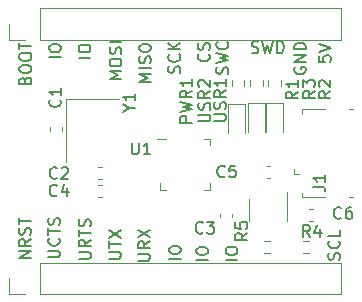
<source format=gbr>
%TF.GenerationSoftware,KiCad,Pcbnew,5.1.7-a382d34a8~87~ubuntu20.04.1*%
%TF.CreationDate,2020-11-25T21:12:42+01:00*%
%TF.ProjectId,gd32f150,67643332-6631-4353-902e-6b696361645f,rev?*%
%TF.SameCoordinates,Original*%
%TF.FileFunction,Legend,Top*%
%TF.FilePolarity,Positive*%
%FSLAX46Y46*%
G04 Gerber Fmt 4.6, Leading zero omitted, Abs format (unit mm)*
G04 Created by KiCad (PCBNEW 5.1.7-a382d34a8~87~ubuntu20.04.1) date 2020-11-25 21:12:42*
%MOMM*%
%LPD*%
G01*
G04 APERTURE LIST*
%ADD10C,0.150000*%
%ADD11C,0.120000*%
G04 APERTURE END LIST*
D10*
X169929761Y-104315476D02*
X169977380Y-104172619D01*
X169977380Y-103934523D01*
X169929761Y-103839285D01*
X169882142Y-103791666D01*
X169786904Y-103744047D01*
X169691666Y-103744047D01*
X169596428Y-103791666D01*
X169548809Y-103839285D01*
X169501190Y-103934523D01*
X169453571Y-104125000D01*
X169405952Y-104220238D01*
X169358333Y-104267857D01*
X169263095Y-104315476D01*
X169167857Y-104315476D01*
X169072619Y-104267857D01*
X169025000Y-104220238D01*
X168977380Y-104125000D01*
X168977380Y-103886904D01*
X169025000Y-103744047D01*
X169882142Y-102744047D02*
X169929761Y-102791666D01*
X169977380Y-102934523D01*
X169977380Y-103029761D01*
X169929761Y-103172619D01*
X169834523Y-103267857D01*
X169739285Y-103315476D01*
X169548809Y-103363095D01*
X169405952Y-103363095D01*
X169215476Y-103315476D01*
X169120238Y-103267857D01*
X169025000Y-103172619D01*
X168977380Y-103029761D01*
X168977380Y-102934523D01*
X169025000Y-102791666D01*
X169072619Y-102744047D01*
X169977380Y-101839285D02*
X169977380Y-102315476D01*
X168977380Y-102315476D01*
X166150000Y-88036904D02*
X166102380Y-88132142D01*
X166102380Y-88275000D01*
X166150000Y-88417857D01*
X166245238Y-88513095D01*
X166340476Y-88560714D01*
X166530952Y-88608333D01*
X166673809Y-88608333D01*
X166864285Y-88560714D01*
X166959523Y-88513095D01*
X167054761Y-88417857D01*
X167102380Y-88275000D01*
X167102380Y-88179761D01*
X167054761Y-88036904D01*
X167007142Y-87989285D01*
X166673809Y-87989285D01*
X166673809Y-88179761D01*
X167102380Y-87560714D02*
X166102380Y-87560714D01*
X167102380Y-86989285D01*
X166102380Y-86989285D01*
X167102380Y-86513095D02*
X166102380Y-86513095D01*
X166102380Y-86275000D01*
X166150000Y-86132142D01*
X166245238Y-86036904D01*
X166340476Y-85989285D01*
X166530952Y-85941666D01*
X166673809Y-85941666D01*
X166864285Y-85989285D01*
X166959523Y-86036904D01*
X167054761Y-86132142D01*
X167102380Y-86275000D01*
X167102380Y-86513095D01*
X168202380Y-87065476D02*
X168202380Y-87541666D01*
X168678571Y-87589285D01*
X168630952Y-87541666D01*
X168583333Y-87446428D01*
X168583333Y-87208333D01*
X168630952Y-87113095D01*
X168678571Y-87065476D01*
X168773809Y-87017857D01*
X169011904Y-87017857D01*
X169107142Y-87065476D01*
X169154761Y-87113095D01*
X169202380Y-87208333D01*
X169202380Y-87446428D01*
X169154761Y-87541666D01*
X169107142Y-87589285D01*
X168202380Y-86732142D02*
X169202380Y-86398809D01*
X168202380Y-86065476D01*
X162517857Y-86779761D02*
X162660714Y-86827380D01*
X162898809Y-86827380D01*
X162994047Y-86779761D01*
X163041666Y-86732142D01*
X163089285Y-86636904D01*
X163089285Y-86541666D01*
X163041666Y-86446428D01*
X162994047Y-86398809D01*
X162898809Y-86351190D01*
X162708333Y-86303571D01*
X162613095Y-86255952D01*
X162565476Y-86208333D01*
X162517857Y-86113095D01*
X162517857Y-86017857D01*
X162565476Y-85922619D01*
X162613095Y-85875000D01*
X162708333Y-85827380D01*
X162946428Y-85827380D01*
X163089285Y-85875000D01*
X163422619Y-85827380D02*
X163660714Y-86827380D01*
X163851190Y-86113095D01*
X164041666Y-86827380D01*
X164279761Y-85827380D01*
X164660714Y-86827380D02*
X164660714Y-85827380D01*
X164898809Y-85827380D01*
X165041666Y-85875000D01*
X165136904Y-85970238D01*
X165184523Y-86065476D01*
X165232142Y-86255952D01*
X165232142Y-86398809D01*
X165184523Y-86589285D01*
X165136904Y-86684523D01*
X165041666Y-86779761D01*
X164898809Y-86827380D01*
X164660714Y-86827380D01*
X160479761Y-88582142D02*
X160527380Y-88439285D01*
X160527380Y-88201190D01*
X160479761Y-88105952D01*
X160432142Y-88058333D01*
X160336904Y-88010714D01*
X160241666Y-88010714D01*
X160146428Y-88058333D01*
X160098809Y-88105952D01*
X160051190Y-88201190D01*
X160003571Y-88391666D01*
X159955952Y-88486904D01*
X159908333Y-88534523D01*
X159813095Y-88582142D01*
X159717857Y-88582142D01*
X159622619Y-88534523D01*
X159575000Y-88486904D01*
X159527380Y-88391666D01*
X159527380Y-88153571D01*
X159575000Y-88010714D01*
X159527380Y-87677380D02*
X160527380Y-87439285D01*
X159813095Y-87248809D01*
X160527380Y-87058333D01*
X159527380Y-86820238D01*
X160432142Y-85867857D02*
X160479761Y-85915476D01*
X160527380Y-86058333D01*
X160527380Y-86153571D01*
X160479761Y-86296428D01*
X160384523Y-86391666D01*
X160289285Y-86439285D01*
X160098809Y-86486904D01*
X159955952Y-86486904D01*
X159765476Y-86439285D01*
X159670238Y-86391666D01*
X159575000Y-86296428D01*
X159527380Y-86153571D01*
X159527380Y-86058333D01*
X159575000Y-85915476D01*
X159622619Y-85867857D01*
X158857142Y-86916666D02*
X158904761Y-86964285D01*
X158952380Y-87107142D01*
X158952380Y-87202380D01*
X158904761Y-87345238D01*
X158809523Y-87440476D01*
X158714285Y-87488095D01*
X158523809Y-87535714D01*
X158380952Y-87535714D01*
X158190476Y-87488095D01*
X158095238Y-87440476D01*
X158000000Y-87345238D01*
X157952380Y-87202380D01*
X157952380Y-87107142D01*
X158000000Y-86964285D01*
X158047619Y-86916666D01*
X158904761Y-86535714D02*
X158952380Y-86392857D01*
X158952380Y-86154761D01*
X158904761Y-86059523D01*
X158857142Y-86011904D01*
X158761904Y-85964285D01*
X158666666Y-85964285D01*
X158571428Y-86011904D01*
X158523809Y-86059523D01*
X158476190Y-86154761D01*
X158428571Y-86345238D01*
X158380952Y-86440476D01*
X158333333Y-86488095D01*
X158238095Y-86535714D01*
X158142857Y-86535714D01*
X158047619Y-86488095D01*
X158000000Y-86440476D01*
X157952380Y-86345238D01*
X157952380Y-86107142D01*
X158000000Y-85964285D01*
X156404761Y-88510714D02*
X156452380Y-88367857D01*
X156452380Y-88129761D01*
X156404761Y-88034523D01*
X156357142Y-87986904D01*
X156261904Y-87939285D01*
X156166666Y-87939285D01*
X156071428Y-87986904D01*
X156023809Y-88034523D01*
X155976190Y-88129761D01*
X155928571Y-88320238D01*
X155880952Y-88415476D01*
X155833333Y-88463095D01*
X155738095Y-88510714D01*
X155642857Y-88510714D01*
X155547619Y-88463095D01*
X155500000Y-88415476D01*
X155452380Y-88320238D01*
X155452380Y-88082142D01*
X155500000Y-87939285D01*
X156357142Y-86939285D02*
X156404761Y-86986904D01*
X156452380Y-87129761D01*
X156452380Y-87225000D01*
X156404761Y-87367857D01*
X156309523Y-87463095D01*
X156214285Y-87510714D01*
X156023809Y-87558333D01*
X155880952Y-87558333D01*
X155690476Y-87510714D01*
X155595238Y-87463095D01*
X155500000Y-87367857D01*
X155452380Y-87225000D01*
X155452380Y-87129761D01*
X155500000Y-86986904D01*
X155547619Y-86939285D01*
X156452380Y-86510714D02*
X155452380Y-86510714D01*
X156452380Y-85939285D02*
X155880952Y-86367857D01*
X155452380Y-85939285D02*
X156023809Y-86510714D01*
X153977380Y-89246428D02*
X152977380Y-89246428D01*
X153691666Y-88913095D01*
X152977380Y-88579761D01*
X153977380Y-88579761D01*
X153977380Y-88103571D02*
X152977380Y-88103571D01*
X153929761Y-87675000D02*
X153977380Y-87532142D01*
X153977380Y-87294047D01*
X153929761Y-87198809D01*
X153882142Y-87151190D01*
X153786904Y-87103571D01*
X153691666Y-87103571D01*
X153596428Y-87151190D01*
X153548809Y-87198809D01*
X153501190Y-87294047D01*
X153453571Y-87484523D01*
X153405952Y-87579761D01*
X153358333Y-87627380D01*
X153263095Y-87675000D01*
X153167857Y-87675000D01*
X153072619Y-87627380D01*
X153025000Y-87579761D01*
X152977380Y-87484523D01*
X152977380Y-87246428D01*
X153025000Y-87103571D01*
X152977380Y-86484523D02*
X152977380Y-86294047D01*
X153025000Y-86198809D01*
X153120238Y-86103571D01*
X153310714Y-86055952D01*
X153644047Y-86055952D01*
X153834523Y-86103571D01*
X153929761Y-86198809D01*
X153977380Y-86294047D01*
X153977380Y-86484523D01*
X153929761Y-86579761D01*
X153834523Y-86675000D01*
X153644047Y-86722619D01*
X153310714Y-86722619D01*
X153120238Y-86675000D01*
X153025000Y-86579761D01*
X152977380Y-86484523D01*
X151477380Y-89046428D02*
X150477380Y-89046428D01*
X151191666Y-88713095D01*
X150477380Y-88379761D01*
X151477380Y-88379761D01*
X150477380Y-87713095D02*
X150477380Y-87522619D01*
X150525000Y-87427380D01*
X150620238Y-87332142D01*
X150810714Y-87284523D01*
X151144047Y-87284523D01*
X151334523Y-87332142D01*
X151429761Y-87427380D01*
X151477380Y-87522619D01*
X151477380Y-87713095D01*
X151429761Y-87808333D01*
X151334523Y-87903571D01*
X151144047Y-87951190D01*
X150810714Y-87951190D01*
X150620238Y-87903571D01*
X150525000Y-87808333D01*
X150477380Y-87713095D01*
X151429761Y-86903571D02*
X151477380Y-86760714D01*
X151477380Y-86522619D01*
X151429761Y-86427380D01*
X151382142Y-86379761D01*
X151286904Y-86332142D01*
X151191666Y-86332142D01*
X151096428Y-86379761D01*
X151048809Y-86427380D01*
X151001190Y-86522619D01*
X150953571Y-86713095D01*
X150905952Y-86808333D01*
X150858333Y-86855952D01*
X150763095Y-86903571D01*
X150667857Y-86903571D01*
X150572619Y-86855952D01*
X150525000Y-86808333D01*
X150477380Y-86713095D01*
X150477380Y-86475000D01*
X150525000Y-86332142D01*
X151477380Y-85903571D02*
X150477380Y-85903571D01*
X148852380Y-87198809D02*
X147852380Y-87198809D01*
X147852380Y-86532142D02*
X147852380Y-86341666D01*
X147900000Y-86246428D01*
X147995238Y-86151190D01*
X148185714Y-86103571D01*
X148519047Y-86103571D01*
X148709523Y-86151190D01*
X148804761Y-86246428D01*
X148852380Y-86341666D01*
X148852380Y-86532142D01*
X148804761Y-86627380D01*
X148709523Y-86722619D01*
X148519047Y-86770238D01*
X148185714Y-86770238D01*
X147995238Y-86722619D01*
X147900000Y-86627380D01*
X147852380Y-86532142D01*
X146352380Y-87173809D02*
X145352380Y-87173809D01*
X145352380Y-86507142D02*
X145352380Y-86316666D01*
X145400000Y-86221428D01*
X145495238Y-86126190D01*
X145685714Y-86078571D01*
X146019047Y-86078571D01*
X146209523Y-86126190D01*
X146304761Y-86221428D01*
X146352380Y-86316666D01*
X146352380Y-86507142D01*
X146304761Y-86602380D01*
X146209523Y-86697619D01*
X146019047Y-86745238D01*
X145685714Y-86745238D01*
X145495238Y-86697619D01*
X145400000Y-86602380D01*
X145352380Y-86507142D01*
X143328571Y-89132142D02*
X143376190Y-88989285D01*
X143423809Y-88941666D01*
X143519047Y-88894047D01*
X143661904Y-88894047D01*
X143757142Y-88941666D01*
X143804761Y-88989285D01*
X143852380Y-89084523D01*
X143852380Y-89465476D01*
X142852380Y-89465476D01*
X142852380Y-89132142D01*
X142900000Y-89036904D01*
X142947619Y-88989285D01*
X143042857Y-88941666D01*
X143138095Y-88941666D01*
X143233333Y-88989285D01*
X143280952Y-89036904D01*
X143328571Y-89132142D01*
X143328571Y-89465476D01*
X142852380Y-88275000D02*
X142852380Y-88084523D01*
X142900000Y-87989285D01*
X142995238Y-87894047D01*
X143185714Y-87846428D01*
X143519047Y-87846428D01*
X143709523Y-87894047D01*
X143804761Y-87989285D01*
X143852380Y-88084523D01*
X143852380Y-88275000D01*
X143804761Y-88370238D01*
X143709523Y-88465476D01*
X143519047Y-88513095D01*
X143185714Y-88513095D01*
X142995238Y-88465476D01*
X142900000Y-88370238D01*
X142852380Y-88275000D01*
X142852380Y-87227380D02*
X142852380Y-87036904D01*
X142900000Y-86941666D01*
X142995238Y-86846428D01*
X143185714Y-86798809D01*
X143519047Y-86798809D01*
X143709523Y-86846428D01*
X143804761Y-86941666D01*
X143852380Y-87036904D01*
X143852380Y-87227380D01*
X143804761Y-87322619D01*
X143709523Y-87417857D01*
X143519047Y-87465476D01*
X143185714Y-87465476D01*
X142995238Y-87417857D01*
X142900000Y-87322619D01*
X142852380Y-87227380D01*
X142852380Y-86513095D02*
X142852380Y-85941666D01*
X143852380Y-86227380D02*
X142852380Y-86227380D01*
X161302380Y-104323809D02*
X160302380Y-104323809D01*
X160302380Y-103657142D02*
X160302380Y-103466666D01*
X160350000Y-103371428D01*
X160445238Y-103276190D01*
X160635714Y-103228571D01*
X160969047Y-103228571D01*
X161159523Y-103276190D01*
X161254761Y-103371428D01*
X161302380Y-103466666D01*
X161302380Y-103657142D01*
X161254761Y-103752380D01*
X161159523Y-103847619D01*
X160969047Y-103895238D01*
X160635714Y-103895238D01*
X160445238Y-103847619D01*
X160350000Y-103752380D01*
X160302380Y-103657142D01*
X158827380Y-104348809D02*
X157827380Y-104348809D01*
X157827380Y-103682142D02*
X157827380Y-103491666D01*
X157875000Y-103396428D01*
X157970238Y-103301190D01*
X158160714Y-103253571D01*
X158494047Y-103253571D01*
X158684523Y-103301190D01*
X158779761Y-103396428D01*
X158827380Y-103491666D01*
X158827380Y-103682142D01*
X158779761Y-103777380D01*
X158684523Y-103872619D01*
X158494047Y-103920238D01*
X158160714Y-103920238D01*
X157970238Y-103872619D01*
X157875000Y-103777380D01*
X157827380Y-103682142D01*
X156527380Y-104248809D02*
X155527380Y-104248809D01*
X155527380Y-103582142D02*
X155527380Y-103391666D01*
X155575000Y-103296428D01*
X155670238Y-103201190D01*
X155860714Y-103153571D01*
X156194047Y-103153571D01*
X156384523Y-103201190D01*
X156479761Y-103296428D01*
X156527380Y-103391666D01*
X156527380Y-103582142D01*
X156479761Y-103677380D01*
X156384523Y-103772619D01*
X156194047Y-103820238D01*
X155860714Y-103820238D01*
X155670238Y-103772619D01*
X155575000Y-103677380D01*
X155527380Y-103582142D01*
X152902380Y-104386904D02*
X153711904Y-104386904D01*
X153807142Y-104339285D01*
X153854761Y-104291666D01*
X153902380Y-104196428D01*
X153902380Y-104005952D01*
X153854761Y-103910714D01*
X153807142Y-103863095D01*
X153711904Y-103815476D01*
X152902380Y-103815476D01*
X153902380Y-102767857D02*
X153426190Y-103101190D01*
X153902380Y-103339285D02*
X152902380Y-103339285D01*
X152902380Y-102958333D01*
X152950000Y-102863095D01*
X152997619Y-102815476D01*
X153092857Y-102767857D01*
X153235714Y-102767857D01*
X153330952Y-102815476D01*
X153378571Y-102863095D01*
X153426190Y-102958333D01*
X153426190Y-103339285D01*
X152902380Y-102434523D02*
X153902380Y-101767857D01*
X152902380Y-101767857D02*
X153902380Y-102434523D01*
X150452380Y-104217857D02*
X151261904Y-104217857D01*
X151357142Y-104170238D01*
X151404761Y-104122619D01*
X151452380Y-104027380D01*
X151452380Y-103836904D01*
X151404761Y-103741666D01*
X151357142Y-103694047D01*
X151261904Y-103646428D01*
X150452380Y-103646428D01*
X150452380Y-103313095D02*
X150452380Y-102741666D01*
X151452380Y-103027380D02*
X150452380Y-103027380D01*
X150452380Y-102503571D02*
X151452380Y-101836904D01*
X150452380Y-101836904D02*
X151452380Y-102503571D01*
X147877380Y-104242857D02*
X148686904Y-104242857D01*
X148782142Y-104195238D01*
X148829761Y-104147619D01*
X148877380Y-104052380D01*
X148877380Y-103861904D01*
X148829761Y-103766666D01*
X148782142Y-103719047D01*
X148686904Y-103671428D01*
X147877380Y-103671428D01*
X148877380Y-102623809D02*
X148401190Y-102957142D01*
X148877380Y-103195238D02*
X147877380Y-103195238D01*
X147877380Y-102814285D01*
X147925000Y-102719047D01*
X147972619Y-102671428D01*
X148067857Y-102623809D01*
X148210714Y-102623809D01*
X148305952Y-102671428D01*
X148353571Y-102719047D01*
X148401190Y-102814285D01*
X148401190Y-103195238D01*
X147877380Y-102338095D02*
X147877380Y-101766666D01*
X148877380Y-102052380D02*
X147877380Y-102052380D01*
X148829761Y-101480952D02*
X148877380Y-101338095D01*
X148877380Y-101100000D01*
X148829761Y-101004761D01*
X148782142Y-100957142D01*
X148686904Y-100909523D01*
X148591666Y-100909523D01*
X148496428Y-100957142D01*
X148448809Y-101004761D01*
X148401190Y-101100000D01*
X148353571Y-101290476D01*
X148305952Y-101385714D01*
X148258333Y-101433333D01*
X148163095Y-101480952D01*
X148067857Y-101480952D01*
X147972619Y-101433333D01*
X147925000Y-101385714D01*
X147877380Y-101290476D01*
X147877380Y-101052380D01*
X147925000Y-100909523D01*
X145277380Y-104117857D02*
X146086904Y-104117857D01*
X146182142Y-104070238D01*
X146229761Y-104022619D01*
X146277380Y-103927380D01*
X146277380Y-103736904D01*
X146229761Y-103641666D01*
X146182142Y-103594047D01*
X146086904Y-103546428D01*
X145277380Y-103546428D01*
X146182142Y-102498809D02*
X146229761Y-102546428D01*
X146277380Y-102689285D01*
X146277380Y-102784523D01*
X146229761Y-102927380D01*
X146134523Y-103022619D01*
X146039285Y-103070238D01*
X145848809Y-103117857D01*
X145705952Y-103117857D01*
X145515476Y-103070238D01*
X145420238Y-103022619D01*
X145325000Y-102927380D01*
X145277380Y-102784523D01*
X145277380Y-102689285D01*
X145325000Y-102546428D01*
X145372619Y-102498809D01*
X145277380Y-102213095D02*
X145277380Y-101641666D01*
X146277380Y-101927380D02*
X145277380Y-101927380D01*
X146229761Y-101355952D02*
X146277380Y-101213095D01*
X146277380Y-100975000D01*
X146229761Y-100879761D01*
X146182142Y-100832142D01*
X146086904Y-100784523D01*
X145991666Y-100784523D01*
X145896428Y-100832142D01*
X145848809Y-100879761D01*
X145801190Y-100975000D01*
X145753571Y-101165476D01*
X145705952Y-101260714D01*
X145658333Y-101308333D01*
X145563095Y-101355952D01*
X145467857Y-101355952D01*
X145372619Y-101308333D01*
X145325000Y-101260714D01*
X145277380Y-101165476D01*
X145277380Y-100927380D01*
X145325000Y-100784523D01*
X143802380Y-104192857D02*
X142802380Y-104192857D01*
X143802380Y-103621428D01*
X142802380Y-103621428D01*
X143802380Y-102573809D02*
X143326190Y-102907142D01*
X143802380Y-103145238D02*
X142802380Y-103145238D01*
X142802380Y-102764285D01*
X142850000Y-102669047D01*
X142897619Y-102621428D01*
X142992857Y-102573809D01*
X143135714Y-102573809D01*
X143230952Y-102621428D01*
X143278571Y-102669047D01*
X143326190Y-102764285D01*
X143326190Y-103145238D01*
X143754761Y-102192857D02*
X143802380Y-102050000D01*
X143802380Y-101811904D01*
X143754761Y-101716666D01*
X143707142Y-101669047D01*
X143611904Y-101621428D01*
X143516666Y-101621428D01*
X143421428Y-101669047D01*
X143373809Y-101716666D01*
X143326190Y-101811904D01*
X143278571Y-102002380D01*
X143230952Y-102097619D01*
X143183333Y-102145238D01*
X143088095Y-102192857D01*
X142992857Y-102192857D01*
X142897619Y-102145238D01*
X142850000Y-102097619D01*
X142802380Y-102002380D01*
X142802380Y-101764285D01*
X142850000Y-101621428D01*
X142802380Y-101335714D02*
X142802380Y-100764285D01*
X143802380Y-101050000D02*
X142802380Y-101050000D01*
D11*
%TO.C,J4*%
X170055000Y-85680000D02*
X170055000Y-83020000D01*
X144595000Y-85680000D02*
X170055000Y-85680000D01*
X144595000Y-83020000D02*
X170055000Y-83020000D01*
X144595000Y-85680000D02*
X144595000Y-83020000D01*
X143325000Y-85680000D02*
X141995000Y-85680000D01*
X141995000Y-85680000D02*
X141995000Y-84350000D01*
%TO.C,J3*%
X170055000Y-107230000D02*
X170055000Y-104570000D01*
X144595000Y-107230000D02*
X170055000Y-107230000D01*
X144595000Y-104570000D02*
X170055000Y-104570000D01*
X144595000Y-107230000D02*
X144595000Y-104570000D01*
X143325000Y-107230000D02*
X141995000Y-107230000D01*
X141995000Y-107230000D02*
X141995000Y-105900000D01*
%TO.C,R5*%
X164042224Y-102727500D02*
X163532776Y-102727500D01*
X164042224Y-103772500D02*
X163532776Y-103772500D01*
%TO.C,R4*%
X166895276Y-103772500D02*
X167404724Y-103772500D01*
X166895276Y-102727500D02*
X167404724Y-102727500D01*
%TO.C,U2*%
X165536520Y-101001080D02*
X165536520Y-98551080D01*
X162316520Y-99201080D02*
X162316520Y-101001080D01*
%TO.C,C6*%
X167390693Y-101060000D02*
X167683227Y-101060000D01*
X167390693Y-100040000D02*
X167683227Y-100040000D01*
%TO.C,C5*%
X164094207Y-96385600D02*
X163801673Y-96385600D01*
X164094207Y-97405600D02*
X163801673Y-97405600D01*
%TO.C,R3*%
X163442680Y-89596364D02*
X163442680Y-89086916D01*
X162397680Y-89596364D02*
X162397680Y-89086916D01*
%TO.C,R2*%
X164974300Y-89611604D02*
X164974300Y-89102156D01*
X163929300Y-89611604D02*
X163929300Y-89102156D01*
%TO.C,R1*%
X161857720Y-89582404D02*
X161857720Y-89072956D01*
X160812720Y-89582404D02*
X160812720Y-89072956D01*
%TO.C,USR2*%
X162165000Y-91065000D02*
X162165000Y-93525000D01*
X163635000Y-91065000D02*
X162165000Y-91065000D01*
X163635000Y-93525000D02*
X163635000Y-91065000D01*
%TO.C,USR1*%
X163715000Y-91065000D02*
X163715000Y-93525000D01*
X165185000Y-91065000D02*
X163715000Y-91065000D01*
X165185000Y-93525000D02*
X165185000Y-91065000D01*
%TO.C,PWR1*%
X160515540Y-91133380D02*
X160515540Y-93593380D01*
X161985540Y-91133380D02*
X160515540Y-91133380D01*
X161985540Y-93593380D02*
X161985540Y-91133380D01*
%TO.C,U1*%
X155262300Y-94083920D02*
X154462300Y-94083920D01*
X154712300Y-98383920D02*
X154712300Y-97833920D01*
X155262300Y-98383920D02*
X154712300Y-98383920D01*
X159012300Y-98383920D02*
X159012300Y-97833920D01*
X158462300Y-98383920D02*
X159012300Y-98383920D01*
X159012300Y-94083920D02*
X159012300Y-94633920D01*
X158462300Y-94083920D02*
X159012300Y-94083920D01*
%TO.C,J1*%
X168747400Y-91530320D02*
X166767400Y-91530320D01*
X166767400Y-91530320D02*
X166767400Y-91950320D01*
X170717400Y-91530320D02*
X171117400Y-91530320D01*
X171117400Y-99050320D02*
X170717400Y-99050320D01*
X168747400Y-99050320D02*
X166767400Y-99050320D01*
X166767400Y-99050320D02*
X166767400Y-98630320D01*
X166087400Y-96600320D02*
X166087400Y-97050320D01*
X166537400Y-97050320D02*
X166087400Y-97050320D01*
%TO.C,Y1*%
X146800080Y-90674540D02*
X146800080Y-96074540D01*
X151300080Y-90674540D02*
X146800080Y-90674540D01*
%TO.C,C4*%
X149832107Y-97988340D02*
X149539573Y-97988340D01*
X149832107Y-99008340D02*
X149539573Y-99008340D01*
%TO.C,C3*%
X159815000Y-100416233D02*
X159815000Y-100708767D01*
X160835000Y-100416233D02*
X160835000Y-100708767D01*
%TO.C,C2*%
X149529413Y-97484340D02*
X149821947Y-97484340D01*
X149529413Y-96464340D02*
X149821947Y-96464340D01*
%TO.C,C1*%
X146438080Y-93408227D02*
X146438080Y-93115693D01*
X145418080Y-93408227D02*
X145418080Y-93115693D01*
%TO.C,R5*%
D10*
X162127380Y-102066666D02*
X161651190Y-102400000D01*
X162127380Y-102638095D02*
X161127380Y-102638095D01*
X161127380Y-102257142D01*
X161175000Y-102161904D01*
X161222619Y-102114285D01*
X161317857Y-102066666D01*
X161460714Y-102066666D01*
X161555952Y-102114285D01*
X161603571Y-102161904D01*
X161651190Y-102257142D01*
X161651190Y-102638095D01*
X161127380Y-101161904D02*
X161127380Y-101638095D01*
X161603571Y-101685714D01*
X161555952Y-101638095D01*
X161508333Y-101542857D01*
X161508333Y-101304761D01*
X161555952Y-101209523D01*
X161603571Y-101161904D01*
X161698809Y-101114285D01*
X161936904Y-101114285D01*
X162032142Y-101161904D01*
X162079761Y-101209523D01*
X162127380Y-101304761D01*
X162127380Y-101542857D01*
X162079761Y-101638095D01*
X162032142Y-101685714D01*
%TO.C,R4*%
X167433333Y-102402380D02*
X167100000Y-101926190D01*
X166861904Y-102402380D02*
X166861904Y-101402380D01*
X167242857Y-101402380D01*
X167338095Y-101450000D01*
X167385714Y-101497619D01*
X167433333Y-101592857D01*
X167433333Y-101735714D01*
X167385714Y-101830952D01*
X167338095Y-101878571D01*
X167242857Y-101926190D01*
X166861904Y-101926190D01*
X168290476Y-101735714D02*
X168290476Y-102402380D01*
X168052380Y-101354761D02*
X167814285Y-102069047D01*
X168433333Y-102069047D01*
%TO.C,C6*%
X170083333Y-100757142D02*
X170035714Y-100804761D01*
X169892857Y-100852380D01*
X169797619Y-100852380D01*
X169654761Y-100804761D01*
X169559523Y-100709523D01*
X169511904Y-100614285D01*
X169464285Y-100423809D01*
X169464285Y-100280952D01*
X169511904Y-100090476D01*
X169559523Y-99995238D01*
X169654761Y-99900000D01*
X169797619Y-99852380D01*
X169892857Y-99852380D01*
X170035714Y-99900000D01*
X170083333Y-99947619D01*
X170940476Y-99852380D02*
X170750000Y-99852380D01*
X170654761Y-99900000D01*
X170607142Y-99947619D01*
X170511904Y-100090476D01*
X170464285Y-100280952D01*
X170464285Y-100661904D01*
X170511904Y-100757142D01*
X170559523Y-100804761D01*
X170654761Y-100852380D01*
X170845238Y-100852380D01*
X170940476Y-100804761D01*
X170988095Y-100757142D01*
X171035714Y-100661904D01*
X171035714Y-100423809D01*
X170988095Y-100328571D01*
X170940476Y-100280952D01*
X170845238Y-100233333D01*
X170654761Y-100233333D01*
X170559523Y-100280952D01*
X170511904Y-100328571D01*
X170464285Y-100423809D01*
%TO.C,C5*%
X160233333Y-97257142D02*
X160185714Y-97304761D01*
X160042857Y-97352380D01*
X159947619Y-97352380D01*
X159804761Y-97304761D01*
X159709523Y-97209523D01*
X159661904Y-97114285D01*
X159614285Y-96923809D01*
X159614285Y-96780952D01*
X159661904Y-96590476D01*
X159709523Y-96495238D01*
X159804761Y-96400000D01*
X159947619Y-96352380D01*
X160042857Y-96352380D01*
X160185714Y-96400000D01*
X160233333Y-96447619D01*
X161138095Y-96352380D02*
X160661904Y-96352380D01*
X160614285Y-96828571D01*
X160661904Y-96780952D01*
X160757142Y-96733333D01*
X160995238Y-96733333D01*
X161090476Y-96780952D01*
X161138095Y-96828571D01*
X161185714Y-96923809D01*
X161185714Y-97161904D01*
X161138095Y-97257142D01*
X161090476Y-97304761D01*
X160995238Y-97352380D01*
X160757142Y-97352380D01*
X160661904Y-97304761D01*
X160614285Y-97257142D01*
%TO.C,R3*%
X167852380Y-90016666D02*
X167376190Y-90350000D01*
X167852380Y-90588095D02*
X166852380Y-90588095D01*
X166852380Y-90207142D01*
X166900000Y-90111904D01*
X166947619Y-90064285D01*
X167042857Y-90016666D01*
X167185714Y-90016666D01*
X167280952Y-90064285D01*
X167328571Y-90111904D01*
X167376190Y-90207142D01*
X167376190Y-90588095D01*
X166852380Y-89683333D02*
X166852380Y-89064285D01*
X167233333Y-89397619D01*
X167233333Y-89254761D01*
X167280952Y-89159523D01*
X167328571Y-89111904D01*
X167423809Y-89064285D01*
X167661904Y-89064285D01*
X167757142Y-89111904D01*
X167804761Y-89159523D01*
X167852380Y-89254761D01*
X167852380Y-89540476D01*
X167804761Y-89635714D01*
X167757142Y-89683333D01*
%TO.C,R2*%
X169177380Y-90066666D02*
X168701190Y-90400000D01*
X169177380Y-90638095D02*
X168177380Y-90638095D01*
X168177380Y-90257142D01*
X168225000Y-90161904D01*
X168272619Y-90114285D01*
X168367857Y-90066666D01*
X168510714Y-90066666D01*
X168605952Y-90114285D01*
X168653571Y-90161904D01*
X168701190Y-90257142D01*
X168701190Y-90638095D01*
X168272619Y-89685714D02*
X168225000Y-89638095D01*
X168177380Y-89542857D01*
X168177380Y-89304761D01*
X168225000Y-89209523D01*
X168272619Y-89161904D01*
X168367857Y-89114285D01*
X168463095Y-89114285D01*
X168605952Y-89161904D01*
X169177380Y-89733333D01*
X169177380Y-89114285D01*
%TO.C,R1*%
X166402380Y-90091666D02*
X165926190Y-90425000D01*
X166402380Y-90663095D02*
X165402380Y-90663095D01*
X165402380Y-90282142D01*
X165450000Y-90186904D01*
X165497619Y-90139285D01*
X165592857Y-90091666D01*
X165735714Y-90091666D01*
X165830952Y-90139285D01*
X165878571Y-90186904D01*
X165926190Y-90282142D01*
X165926190Y-90663095D01*
X166402380Y-89139285D02*
X166402380Y-89710714D01*
X166402380Y-89425000D02*
X165402380Y-89425000D01*
X165545238Y-89520238D01*
X165640476Y-89615476D01*
X165688095Y-89710714D01*
%TO.C,USR2*%
X157991880Y-92606675D02*
X158801404Y-92606675D01*
X158896642Y-92559056D01*
X158944261Y-92511437D01*
X158991880Y-92416199D01*
X158991880Y-92225722D01*
X158944261Y-92130484D01*
X158896642Y-92082865D01*
X158801404Y-92035246D01*
X157991880Y-92035246D01*
X158944261Y-91606675D02*
X158991880Y-91463818D01*
X158991880Y-91225722D01*
X158944261Y-91130484D01*
X158896642Y-91082865D01*
X158801404Y-91035246D01*
X158706166Y-91035246D01*
X158610928Y-91082865D01*
X158563309Y-91130484D01*
X158515690Y-91225722D01*
X158468071Y-91416199D01*
X158420452Y-91511437D01*
X158372833Y-91559056D01*
X158277595Y-91606675D01*
X158182357Y-91606675D01*
X158087119Y-91559056D01*
X158039500Y-91511437D01*
X157991880Y-91416199D01*
X157991880Y-91178103D01*
X158039500Y-91035246D01*
X158991880Y-90035246D02*
X158515690Y-90368580D01*
X158991880Y-90606675D02*
X157991880Y-90606675D01*
X157991880Y-90225722D01*
X158039500Y-90130484D01*
X158087119Y-90082865D01*
X158182357Y-90035246D01*
X158325214Y-90035246D01*
X158420452Y-90082865D01*
X158468071Y-90130484D01*
X158515690Y-90225722D01*
X158515690Y-90606675D01*
X158087119Y-89654294D02*
X158039500Y-89606675D01*
X157991880Y-89511437D01*
X157991880Y-89273341D01*
X158039500Y-89178103D01*
X158087119Y-89130484D01*
X158182357Y-89082865D01*
X158277595Y-89082865D01*
X158420452Y-89130484D01*
X158991880Y-89701913D01*
X158991880Y-89082865D01*
%TO.C,USR1*%
X159336600Y-92554075D02*
X160146124Y-92554075D01*
X160241362Y-92506456D01*
X160288981Y-92458837D01*
X160336600Y-92363599D01*
X160336600Y-92173122D01*
X160288981Y-92077884D01*
X160241362Y-92030265D01*
X160146124Y-91982646D01*
X159336600Y-91982646D01*
X160288981Y-91554075D02*
X160336600Y-91411218D01*
X160336600Y-91173122D01*
X160288981Y-91077884D01*
X160241362Y-91030265D01*
X160146124Y-90982646D01*
X160050886Y-90982646D01*
X159955648Y-91030265D01*
X159908029Y-91077884D01*
X159860410Y-91173122D01*
X159812791Y-91363599D01*
X159765172Y-91458837D01*
X159717553Y-91506456D01*
X159622315Y-91554075D01*
X159527077Y-91554075D01*
X159431839Y-91506456D01*
X159384220Y-91458837D01*
X159336600Y-91363599D01*
X159336600Y-91125503D01*
X159384220Y-90982646D01*
X160336600Y-89982646D02*
X159860410Y-90315980D01*
X160336600Y-90554075D02*
X159336600Y-90554075D01*
X159336600Y-90173122D01*
X159384220Y-90077884D01*
X159431839Y-90030265D01*
X159527077Y-89982646D01*
X159669934Y-89982646D01*
X159765172Y-90030265D01*
X159812791Y-90077884D01*
X159860410Y-90173122D01*
X159860410Y-90554075D01*
X160336600Y-89030265D02*
X160336600Y-89601694D01*
X160336600Y-89315980D02*
X159336600Y-89315980D01*
X159479458Y-89411218D01*
X159574696Y-89506456D01*
X159622315Y-89601694D01*
%TO.C,PWR1*%
X157452380Y-92709523D02*
X156452380Y-92709523D01*
X156452380Y-92328571D01*
X156500000Y-92233333D01*
X156547619Y-92185714D01*
X156642857Y-92138095D01*
X156785714Y-92138095D01*
X156880952Y-92185714D01*
X156928571Y-92233333D01*
X156976190Y-92328571D01*
X156976190Y-92709523D01*
X156452380Y-91804761D02*
X157452380Y-91566666D01*
X156738095Y-91376190D01*
X157452380Y-91185714D01*
X156452380Y-90947619D01*
X157452380Y-89995238D02*
X156976190Y-90328571D01*
X157452380Y-90566666D02*
X156452380Y-90566666D01*
X156452380Y-90185714D01*
X156500000Y-90090476D01*
X156547619Y-90042857D01*
X156642857Y-89995238D01*
X156785714Y-89995238D01*
X156880952Y-90042857D01*
X156928571Y-90090476D01*
X156976190Y-90185714D01*
X156976190Y-90566666D01*
X157452380Y-89042857D02*
X157452380Y-89614285D01*
X157452380Y-89328571D02*
X156452380Y-89328571D01*
X156595238Y-89423809D01*
X156690476Y-89519047D01*
X156738095Y-89614285D01*
%TO.C,U1*%
X152363095Y-94402380D02*
X152363095Y-95211904D01*
X152410714Y-95307142D01*
X152458333Y-95354761D01*
X152553571Y-95402380D01*
X152744047Y-95402380D01*
X152839285Y-95354761D01*
X152886904Y-95307142D01*
X152934523Y-95211904D01*
X152934523Y-94402380D01*
X153934523Y-95402380D02*
X153363095Y-95402380D01*
X153648809Y-95402380D02*
X153648809Y-94402380D01*
X153553571Y-94545238D01*
X153458333Y-94640476D01*
X153363095Y-94688095D01*
%TO.C,J1*%
X167727380Y-98133333D02*
X168441666Y-98133333D01*
X168584523Y-98180952D01*
X168679761Y-98276190D01*
X168727380Y-98419047D01*
X168727380Y-98514285D01*
X168727380Y-97133333D02*
X168727380Y-97704761D01*
X168727380Y-97419047D02*
X167727380Y-97419047D01*
X167870238Y-97514285D01*
X167965476Y-97609523D01*
X168013095Y-97704761D01*
%TO.C,Y1*%
X152134610Y-91447550D02*
X152610800Y-91447550D01*
X151610800Y-91780883D02*
X152134610Y-91447550D01*
X151610800Y-91114217D01*
X152610800Y-90257074D02*
X152610800Y-90828502D01*
X152610800Y-90542788D02*
X151610800Y-90542788D01*
X151753658Y-90638026D01*
X151848896Y-90733264D01*
X151896515Y-90828502D01*
%TO.C,C4*%
X146033333Y-98857142D02*
X145985714Y-98904761D01*
X145842857Y-98952380D01*
X145747619Y-98952380D01*
X145604761Y-98904761D01*
X145509523Y-98809523D01*
X145461904Y-98714285D01*
X145414285Y-98523809D01*
X145414285Y-98380952D01*
X145461904Y-98190476D01*
X145509523Y-98095238D01*
X145604761Y-98000000D01*
X145747619Y-97952380D01*
X145842857Y-97952380D01*
X145985714Y-98000000D01*
X146033333Y-98047619D01*
X146890476Y-98285714D02*
X146890476Y-98952380D01*
X146652380Y-97904761D02*
X146414285Y-98619047D01*
X147033333Y-98619047D01*
%TO.C,C3*%
X158383333Y-102007142D02*
X158335714Y-102054761D01*
X158192857Y-102102380D01*
X158097619Y-102102380D01*
X157954761Y-102054761D01*
X157859523Y-101959523D01*
X157811904Y-101864285D01*
X157764285Y-101673809D01*
X157764285Y-101530952D01*
X157811904Y-101340476D01*
X157859523Y-101245238D01*
X157954761Y-101150000D01*
X158097619Y-101102380D01*
X158192857Y-101102380D01*
X158335714Y-101150000D01*
X158383333Y-101197619D01*
X158716666Y-101102380D02*
X159335714Y-101102380D01*
X159002380Y-101483333D01*
X159145238Y-101483333D01*
X159240476Y-101530952D01*
X159288095Y-101578571D01*
X159335714Y-101673809D01*
X159335714Y-101911904D01*
X159288095Y-102007142D01*
X159240476Y-102054761D01*
X159145238Y-102102380D01*
X158859523Y-102102380D01*
X158764285Y-102054761D01*
X158716666Y-102007142D01*
%TO.C,C2*%
X146033333Y-97382142D02*
X145985714Y-97429761D01*
X145842857Y-97477380D01*
X145747619Y-97477380D01*
X145604761Y-97429761D01*
X145509523Y-97334523D01*
X145461904Y-97239285D01*
X145414285Y-97048809D01*
X145414285Y-96905952D01*
X145461904Y-96715476D01*
X145509523Y-96620238D01*
X145604761Y-96525000D01*
X145747619Y-96477380D01*
X145842857Y-96477380D01*
X145985714Y-96525000D01*
X146033333Y-96572619D01*
X146414285Y-96572619D02*
X146461904Y-96525000D01*
X146557142Y-96477380D01*
X146795238Y-96477380D01*
X146890476Y-96525000D01*
X146938095Y-96572619D01*
X146985714Y-96667857D01*
X146985714Y-96763095D01*
X146938095Y-96905952D01*
X146366666Y-97477380D01*
X146985714Y-97477380D01*
%TO.C,C1*%
X146269982Y-90768146D02*
X146317601Y-90815765D01*
X146365220Y-90958622D01*
X146365220Y-91053860D01*
X146317601Y-91196718D01*
X146222363Y-91291956D01*
X146127125Y-91339575D01*
X145936649Y-91387194D01*
X145793792Y-91387194D01*
X145603316Y-91339575D01*
X145508078Y-91291956D01*
X145412840Y-91196718D01*
X145365220Y-91053860D01*
X145365220Y-90958622D01*
X145412840Y-90815765D01*
X145460459Y-90768146D01*
X146365220Y-89815765D02*
X146365220Y-90387194D01*
X146365220Y-90101480D02*
X145365220Y-90101480D01*
X145508078Y-90196718D01*
X145603316Y-90291956D01*
X145650935Y-90387194D01*
%TD*%
M02*

</source>
